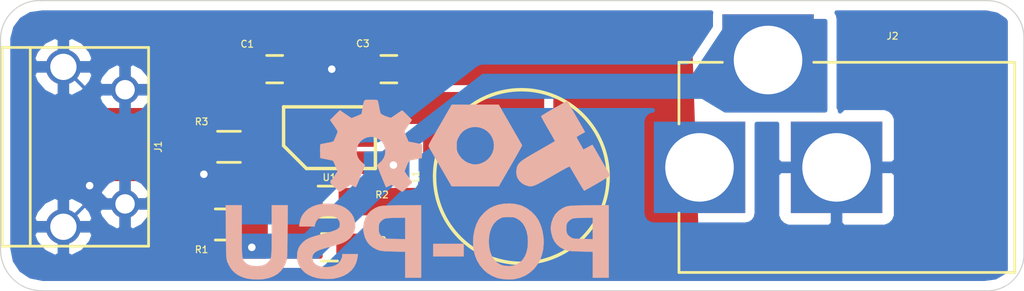
<source format=kicad_pcb>
(kicad_pcb (version 4) (host pcbnew 4.0.6)

  (general
    (links 23)
    (no_connects 0)
    (area 124.862599 93.47206 170.025001 106.228123)
    (thickness 1.6)
    (drawings 8)
    (tracks 35)
    (zones 0)
    (modules 11)
    (nets 10)
  )

  (page A4)
  (layers
    (0 F.Cu signal hide)
    (31 B.Cu signal)
    (36 B.SilkS user)
    (37 F.SilkS user)
    (38 B.Mask user)
    (39 F.Mask user)
    (40 Dwgs.User user)
    (41 Cmts.User user)
    (42 Eco1.User user)
    (43 Eco2.User user)
    (44 Edge.Cuts user)
    (45 Margin user)
  )

  (setup
    (last_trace_width 0.1524)
    (user_trace_width 0.3048)
    (user_trace_width 0.6096)
    (trace_clearance 0.1524)
    (zone_clearance 0.4)
    (zone_45_only no)
    (trace_min 0.1524)
    (segment_width 0.2)
    (edge_width 0.05)
    (via_size 0.6858)
    (via_drill 0.3302)
    (via_min_size 0.6858)
    (via_min_drill 0.3302)
    (user_via 0.6858 0.3302)
    (user_via 1.3716 0.6604)
    (uvia_size 0.762)
    (uvia_drill 0.508)
    (uvias_allowed no)
    (uvia_min_size 0)
    (uvia_min_drill 0)
    (pcb_text_width 0.3)
    (pcb_text_size 1.5 1.5)
    (mod_edge_width 0.15)
    (mod_text_size 0.3 0.3)
    (mod_text_width 0.05)
    (pad_size 1.25 1.25)
    (pad_drill 0.85)
    (pad_to_mask_clearance 0.2)
    (aux_axis_origin 0 0)
    (visible_elements FFFFFF7F)
    (pcbplotparams
      (layerselection 0x00030_80000001)
      (usegerberextensions false)
      (excludeedgelayer true)
      (linewidth 0.100000)
      (plotframeref false)
      (viasonmask false)
      (mode 1)
      (useauxorigin false)
      (hpglpennumber 1)
      (hpglpenspeed 20)
      (hpglpendiameter 15)
      (hpglpenoverlay 2)
      (psnegative false)
      (psa4output false)
      (plotreference true)
      (plotvalue true)
      (plotinvisibletext false)
      (padsonsilk false)
      (subtractmaskfromsilk false)
      (outputformat 1)
      (mirror false)
      (drillshape 1)
      (scaleselection 1)
      (outputdirectory ""))
  )

  (net 0 "")
  (net 1 GND)
  (net 2 "Net-(J1-Pad2)")
  (net 3 "Net-(J1-Pad3)")
  (net 4 "Net-(J1-Pad4)")
  (net 5 /RUN_PD)
  (net 6 /LDO_VIN)
  (net 7 /V_OUT_CONN)
  (net 8 /LDO_VFB)
  (net 9 /LDO_SW)

  (net_class Default "This is the default net class."
    (clearance 0.1524)
    (trace_width 0.1524)
    (via_dia 0.6858)
    (via_drill 0.3302)
    (uvia_dia 0.762)
    (uvia_drill 0.508)
    (add_net /LDO_SW)
    (add_net /LDO_VFB)
    (add_net /LDO_VIN)
    (add_net /RUN_PD)
    (add_net /V_OUT_CONN)
    (add_net GND)
    (add_net "Net-(J1-Pad2)")
    (add_net "Net-(J1-Pad3)")
    (add_net "Net-(J1-Pad4)")
  )

  (module Resistors_SMD:R_0603_HandSoldering (layer F.Cu) (tedit 5951D7AD) (tstamp 593F777E)
    (at 139.6 102.3 180)
    (descr "Resistor SMD 0603, hand soldering")
    (tags "resistor 0603")
    (path /593364B7)
    (attr smd)
    (fp_text reference R2 (at -2.3 0.3 180) (layer F.SilkS)
      (effects (font (size 0.3 0.3) (thickness 0.05)))
    )
    (fp_text value 330kΩ (at -2.7 -0.4 180) (layer F.Fab)
      (effects (font (size 0.3 0.3) (thickness 0.05)))
    )
    (fp_text user %R (at 0 0 180) (layer F.Fab)
      (effects (font (size 0.3 0.3) (thickness 0.05)))
    )
    (fp_line (start -0.8 0.4) (end -0.8 -0.4) (layer F.Fab) (width 0.1))
    (fp_line (start 0.8 0.4) (end -0.8 0.4) (layer F.Fab) (width 0.1))
    (fp_line (start 0.8 -0.4) (end 0.8 0.4) (layer F.Fab) (width 0.1))
    (fp_line (start -0.8 -0.4) (end 0.8 -0.4) (layer F.Fab) (width 0.1))
    (fp_line (start 0.5 0.68) (end -0.5 0.68) (layer F.SilkS) (width 0.12))
    (fp_line (start -0.5 -0.68) (end 0.5 -0.68) (layer F.SilkS) (width 0.12))
    (fp_line (start -1.96 -0.7) (end 1.95 -0.7) (layer F.CrtYd) (width 0.05))
    (fp_line (start -1.96 -0.7) (end -1.96 0.7) (layer F.CrtYd) (width 0.05))
    (fp_line (start 1.95 0.7) (end 1.95 -0.7) (layer F.CrtYd) (width 0.05))
    (fp_line (start 1.95 0.7) (end -1.96 0.7) (layer F.CrtYd) (width 0.05))
    (pad 1 smd rect (at -1.1 0 180) (size 1.2 0.9) (layers F.Cu F.Mask)
      (net 9 /LDO_SW))
    (pad 2 smd rect (at 1.1 0 180) (size 1.2 0.9) (layers F.Cu F.Mask)
      (net 8 /LDO_VFB))
    (model ${KISYS3DMOD}/Resistors_SMD.3dshapes/R_0603.wrl
      (at (xyz 0 0 0))
      (scale (xyz 1 1 1))
      (rotate (xyz 0 0 0))
    )
  )

  (module Capacitors_SMD:C_0603_HandSoldering (layer F.Cu) (tedit 594EF745) (tstamp 593F774B)
    (at 137.2 96.5)
    (descr "Capacitor SMD 0603, hand soldering")
    (tags "capacitor 0603")
    (path /593363EE)
    (attr smd)
    (fp_text reference C1 (at -1.2 -1.1) (layer F.SilkS)
      (effects (font (size 0.3 0.3) (thickness 0.05)))
    )
    (fp_text value 4.7µF (at 1 -1.1) (layer F.Fab)
      (effects (font (size 0.3 0.3) (thickness 0.05)))
    )
    (fp_text user %R (at -1.2 -1.1) (layer F.Fab)
      (effects (font (size 0.3 0.3) (thickness 0.05)))
    )
    (fp_line (start -0.8 0.4) (end -0.8 -0.4) (layer F.Fab) (width 0.1))
    (fp_line (start 0.8 0.4) (end -0.8 0.4) (layer F.Fab) (width 0.1))
    (fp_line (start 0.8 -0.4) (end 0.8 0.4) (layer F.Fab) (width 0.1))
    (fp_line (start -0.8 -0.4) (end 0.8 -0.4) (layer F.Fab) (width 0.1))
    (fp_line (start -0.35 -0.6) (end 0.35 -0.6) (layer F.SilkS) (width 0.12))
    (fp_line (start 0.35 0.6) (end -0.35 0.6) (layer F.SilkS) (width 0.12))
    (fp_line (start -1.8 -0.65) (end 1.8 -0.65) (layer F.CrtYd) (width 0.05))
    (fp_line (start -1.8 -0.65) (end -1.8 0.65) (layer F.CrtYd) (width 0.05))
    (fp_line (start 1.8 0.65) (end 1.8 -0.65) (layer F.CrtYd) (width 0.05))
    (fp_line (start 1.8 0.65) (end -1.8 0.65) (layer F.CrtYd) (width 0.05))
    (pad 1 smd rect (at -0.95 0) (size 1.2 0.75) (layers F.Cu F.Mask)
      (net 6 /LDO_VIN))
    (pad 2 smd rect (at 0.95 0) (size 1.2 0.75) (layers F.Cu F.Mask)
      (net 1 GND))
    (model Capacitors_SMD.3dshapes/C_0603.wrl
      (at (xyz 0 0 0))
      (scale (xyz 1 1 1))
      (rotate (xyz 0 0 0))
    )
  )

  (module Capacitors_SMD:C_0603_HandSoldering (layer F.Cu) (tedit 5951D7B5) (tstamp 593F7751)
    (at 139.6 104.3 180)
    (descr "Capacitor SMD 0603, hand soldering")
    (tags "capacitor 0603")
    (path /5933647D)
    (attr smd)
    (fp_text reference C2 (at -2.2 0.3 180) (layer F.SilkS)
      (effects (font (size 0.3 0.3) (thickness 0.05)))
    )
    (fp_text value 22pF (at -2.4 -0.3 180) (layer F.Fab)
      (effects (font (size 0.3 0.3) (thickness 0.05)))
    )
    (fp_text user %R (at 0.02 0.06 180) (layer F.Fab)
      (effects (font (size 0.3 0.3) (thickness 0.05)))
    )
    (fp_line (start -0.8 0.4) (end -0.8 -0.4) (layer F.Fab) (width 0.1))
    (fp_line (start 0.8 0.4) (end -0.8 0.4) (layer F.Fab) (width 0.1))
    (fp_line (start 0.8 -0.4) (end 0.8 0.4) (layer F.Fab) (width 0.1))
    (fp_line (start -0.8 -0.4) (end 0.8 -0.4) (layer F.Fab) (width 0.1))
    (fp_line (start -0.35 -0.6) (end 0.35 -0.6) (layer F.SilkS) (width 0.12))
    (fp_line (start 0.35 0.6) (end -0.35 0.6) (layer F.SilkS) (width 0.12))
    (fp_line (start -1.8 -0.65) (end 1.8 -0.65) (layer F.CrtYd) (width 0.05))
    (fp_line (start -1.8 -0.65) (end -1.8 0.65) (layer F.CrtYd) (width 0.05))
    (fp_line (start 1.8 0.65) (end 1.8 -0.65) (layer F.CrtYd) (width 0.05))
    (fp_line (start 1.8 0.65) (end -1.8 0.65) (layer F.CrtYd) (width 0.05))
    (pad 1 smd rect (at -0.95 0 180) (size 1.2 0.75) (layers F.Cu F.Mask)
      (net 7 /V_OUT_CONN))
    (pad 2 smd rect (at 0.95 0 180) (size 1.2 0.75) (layers F.Cu F.Mask)
      (net 8 /LDO_VFB))
    (model Capacitors_SMD.3dshapes/C_0603.wrl
      (at (xyz 0 0 0))
      (scale (xyz 1 1 1))
      (rotate (xyz 0 0 0))
    )
  )

  (module Capacitors_SMD:C_0603_HandSoldering (layer F.Cu) (tedit 594EF755) (tstamp 593F7757)
    (at 142.2 96.5 180)
    (descr "Capacitor SMD 0603, hand soldering")
    (tags "capacitor 0603")
    (path /593E1A77)
    (attr smd)
    (fp_text reference C3 (at 1.14 1.12 180) (layer F.SilkS)
      (effects (font (size 0.3 0.3) (thickness 0.05)))
    )
    (fp_text value 4.7µF (at -0.96 1.12 180) (layer F.Fab)
      (effects (font (size 0.3 0.3) (thickness 0.05)))
    )
    (fp_text user %R (at 1.14 1.12 180) (layer F.Fab)
      (effects (font (size 0.3 0.3) (thickness 0.05)))
    )
    (fp_line (start -0.8 0.4) (end -0.8 -0.4) (layer F.Fab) (width 0.1))
    (fp_line (start 0.8 0.4) (end -0.8 0.4) (layer F.Fab) (width 0.1))
    (fp_line (start 0.8 -0.4) (end 0.8 0.4) (layer F.Fab) (width 0.1))
    (fp_line (start -0.8 -0.4) (end 0.8 -0.4) (layer F.Fab) (width 0.1))
    (fp_line (start -0.35 -0.6) (end 0.35 -0.6) (layer F.SilkS) (width 0.12))
    (fp_line (start 0.35 0.6) (end -0.35 0.6) (layer F.SilkS) (width 0.12))
    (fp_line (start -1.8 -0.65) (end 1.8 -0.65) (layer F.CrtYd) (width 0.05))
    (fp_line (start -1.8 -0.65) (end -1.8 0.65) (layer F.CrtYd) (width 0.05))
    (fp_line (start 1.8 0.65) (end 1.8 -0.65) (layer F.CrtYd) (width 0.05))
    (fp_line (start 1.8 0.65) (end -1.8 0.65) (layer F.CrtYd) (width 0.05))
    (pad 1 smd rect (at -0.95 0 180) (size 1.2 0.75) (layers F.Cu F.Mask)
      (net 7 /V_OUT_CONN))
    (pad 2 smd rect (at 0.95 0 180) (size 1.2 0.75) (layers F.Cu F.Mask)
      (net 1 GND))
    (model Capacitors_SMD.3dshapes/C_0603.wrl
      (at (xyz 0 0 0))
      (scale (xyz 1 1 1))
      (rotate (xyz 0 0 0))
    )
  )

  (module Connectors:USB_Micro-B (layer F.Cu) (tedit 5959A843) (tstamp 593F7764)
    (at 129.3 99.9 270)
    (descr "Micro USB Type B Receptacle")
    (tags "USB USB_B USB_micro USB_OTG")
    (path /593371D4)
    (attr smd)
    (fp_text reference J1 (at 0 -2.8 270) (layer F.SilkS)
      (effects (font (size 0.3 0.3) (thickness 0.05)))
    )
    (fp_text value USB_OTG (at -0.1 2.2 270) (layer F.Fab)
      (effects (font (size 0.3 0.3) (thickness 0.05)))
    )
    (fp_line (start -4.6 -2.59) (end 4.6 -2.59) (layer F.CrtYd) (width 0.05))
    (fp_line (start 4.6 -2.59) (end 4.6 4.26) (layer F.CrtYd) (width 0.05))
    (fp_line (start 4.6 4.26) (end -4.6 4.26) (layer F.CrtYd) (width 0.05))
    (fp_line (start -4.6 4.26) (end -4.6 -2.59) (layer F.CrtYd) (width 0.05))
    (fp_line (start -4.35 4.03) (end 4.35 4.03) (layer F.SilkS) (width 0.12))
    (fp_line (start -4.35 -2.38) (end 4.35 -2.38) (layer F.SilkS) (width 0.12))
    (fp_line (start 4.35 -2.38) (end 4.35 4.03) (layer F.SilkS) (width 0.12))
    (fp_line (start 4.35 2.8) (end -4.35 2.8) (layer F.SilkS) (width 0.12))
    (fp_line (start -4.35 4.03) (end -4.35 -2.38) (layer F.SilkS) (width 0.12))
    (pad 1 smd rect (at -1.3 -1.35) (size 1.35 0.4) (layers F.Cu F.Mask)
      (net 6 /LDO_VIN))
    (pad 2 smd rect (at -0.65 -1.35) (size 1.35 0.4) (layers F.Cu F.Mask)
      (net 2 "Net-(J1-Pad2)"))
    (pad 3 smd rect (at 0 -1.35) (size 1.35 0.4) (layers F.Cu F.Mask)
      (net 3 "Net-(J1-Pad3)"))
    (pad 4 smd rect (at 0.65 -1.35) (size 1.35 0.4) (layers F.Cu F.Mask)
      (net 4 "Net-(J1-Pad4)"))
    (pad 5 smd rect (at 1.3 -1.35) (size 1.35 0.4) (layers F.Cu F.Mask)
      (net 1 GND))
    (pad 6 thru_hole oval (at -2.5 -1.35) (size 1.25 1.25) (drill 0.85) (layers *.Cu *.Mask)
      (net 1 GND))
    (pad 6 thru_hole oval (at 2.5 -1.35) (size 1.25 1.25) (drill oval 0.85) (layers *.Cu *.Mask)
      (net 1 GND))
    (pad 6 thru_hole oval (at -3.5 1.35) (size 1.55 1.55) (drill 1.15) (layers *.Cu *.Mask)
      (net 1 GND))
    (pad 6 thru_hole oval (at 3.5 1.35) (size 1.55 1.55) (drill oval 1.15) (layers *.Cu *.Mask)
      (net 1 GND))
  )

  (module Connectors:BARREL_JACK (layer F.Cu) (tedit 5959A76D) (tstamp 593F776B)
    (at 155.8 100.8 180)
    (descr "DC Barrel Jack")
    (tags "Power Jack")
    (path /59336B43)
    (fp_text reference J2 (at -8.45 5.75 360) (layer F.SilkS)
      (effects (font (size 0.3 0.3) (thickness 0.05)))
    )
    (fp_text value BARREL_JACK (at -6.1 -4 180) (layer F.Fab)
      (effects (font (size 0.3 0.3) (thickness 0.05)))
    )
    (fp_line (start 1 -4.5) (end 1 -4.75) (layer F.CrtYd) (width 0.05))
    (fp_line (start 1 -4.75) (end -14 -4.75) (layer F.CrtYd) (width 0.05))
    (fp_line (start 1 -4.5) (end 1 -2) (layer F.CrtYd) (width 0.05))
    (fp_line (start 1 -2) (end 2 -2) (layer F.CrtYd) (width 0.05))
    (fp_line (start 2 -2) (end 2 2) (layer F.CrtYd) (width 0.05))
    (fp_line (start 2 2) (end 1 2) (layer F.CrtYd) (width 0.05))
    (fp_line (start 1 2) (end 1 4.75) (layer F.CrtYd) (width 0.05))
    (fp_line (start 1 4.75) (end -1 4.75) (layer F.CrtYd) (width 0.05))
    (fp_line (start -1 4.75) (end -1 6.75) (layer F.CrtYd) (width 0.05))
    (fp_line (start -1 6.75) (end -5 6.75) (layer F.CrtYd) (width 0.05))
    (fp_line (start -5 6.75) (end -5 4.75) (layer F.CrtYd) (width 0.05))
    (fp_line (start -5 4.75) (end -14 4.75) (layer F.CrtYd) (width 0.05))
    (fp_line (start -14 4.75) (end -14 -4.75) (layer F.CrtYd) (width 0.05))
    (fp_line (start -5 4.6) (end -13.8 4.6) (layer F.SilkS) (width 0.12))
    (fp_line (start -13.8 4.6) (end -13.8 -4.6) (layer F.SilkS) (width 0.12))
    (fp_line (start 0.9 1.9) (end 0.9 4.6) (layer F.SilkS) (width 0.12))
    (fp_line (start 0.9 4.6) (end -1 4.6) (layer F.SilkS) (width 0.12))
    (fp_line (start -13.8 -4.6) (end 0.9 -4.6) (layer F.SilkS) (width 0.12))
    (fp_line (start 0.9 -4.6) (end 0.9 -2) (layer F.SilkS) (width 0.12))
    (fp_line (start -10.2 -4.5) (end -10.2 4.5) (layer F.Fab) (width 0.1))
    (fp_line (start -13.7 -4.5) (end -13.7 4.5) (layer F.Fab) (width 0.1))
    (fp_line (start -13.7 4.5) (end 0.8 4.5) (layer F.Fab) (width 0.1))
    (fp_line (start 0.8 4.5) (end 0.8 -4.5) (layer F.Fab) (width 0.1))
    (fp_line (start 0.8 -4.5) (end -13.7 -4.5) (layer F.Fab) (width 0.1))
    (pad 1 thru_hole rect (at 0 0 180) (size 4 4) (drill 3) (layers *.Cu *.Mask)
      (net 7 /V_OUT_CONN))
    (pad 2 thru_hole rect (at -6 0 180) (size 4 4) (drill 3) (layers *.Cu *.Mask)
      (net 1 GND))
    (pad 3 thru_hole rect (at -3 4.7 180) (size 4 4) (drill 3) (layers *.Cu *.Mask)
      (net 5 /RUN_PD))
  )

  (module popsu_footprints:5KT (layer F.Cu) (tedit 593F75DF) (tstamp 593F7772)
    (at 148 101.2 90)
    (path /593367A6)
    (fp_text reference L1 (at 0 -4.625 90) (layer F.SilkS)
      (effects (font (size 0.3 0.3) (thickness 0.05)))
    )
    (fp_text value 10µH (at 0 4.625 90) (layer F.Fab)
      (effects (font (size 0.3 0.3) (thickness 0.05)))
    )
    (fp_circle (center 0 0) (end 0 3.8) (layer F.SilkS) (width 0.15))
    (pad 1 smd rect (at 2.8 0 90) (size 1.55 1.7) (layers F.Cu F.Mask)
      (net 9 /LDO_SW))
    (pad 2 smd rect (at -2.8 0 90) (size 1.55 1.7) (layers F.Cu F.Mask)
      (net 7 /V_OUT_CONN))
  )

  (module Resistors_SMD:R_0603_HandSoldering (layer F.Cu) (tedit 5951D7D9) (tstamp 593F7778)
    (at 135.1 103.3 180)
    (descr "Resistor SMD 0603, hand soldering")
    (tags "resistor 0603")
    (path /59336D38)
    (attr smd)
    (fp_text reference R1 (at 1.1 -1.1 180) (layer F.SilkS)
      (effects (font (size 0.3 0.3) (thickness 0.05)))
    )
    (fp_text value 10kΩ (at -0.8 -1.1 180) (layer F.Fab)
      (effects (font (size 0.3 0.3) (thickness 0.05)))
    )
    (fp_text user %R (at 0 0 180) (layer F.Fab)
      (effects (font (size 0.3 0.3) (thickness 0.05)))
    )
    (fp_line (start -0.8 0.4) (end -0.8 -0.4) (layer F.Fab) (width 0.1))
    (fp_line (start 0.8 0.4) (end -0.8 0.4) (layer F.Fab) (width 0.1))
    (fp_line (start 0.8 -0.4) (end 0.8 0.4) (layer F.Fab) (width 0.1))
    (fp_line (start -0.8 -0.4) (end 0.8 -0.4) (layer F.Fab) (width 0.1))
    (fp_line (start 0.5 0.68) (end -0.5 0.68) (layer F.SilkS) (width 0.12))
    (fp_line (start -0.5 -0.68) (end 0.5 -0.68) (layer F.SilkS) (width 0.12))
    (fp_line (start -1.96 -0.7) (end 1.95 -0.7) (layer F.CrtYd) (width 0.05))
    (fp_line (start -1.96 -0.7) (end -1.96 0.7) (layer F.CrtYd) (width 0.05))
    (fp_line (start 1.95 0.7) (end 1.95 -0.7) (layer F.CrtYd) (width 0.05))
    (fp_line (start 1.95 0.7) (end -1.96 0.7) (layer F.CrtYd) (width 0.05))
    (pad 1 smd rect (at -1.1 0 180) (size 1.2 0.9) (layers F.Cu F.Mask)
      (net 5 /RUN_PD))
    (pad 2 smd rect (at 1.1 0 180) (size 1.2 0.9) (layers F.Cu F.Mask)
      (net 6 /LDO_VIN))
    (model ${KISYS3DMOD}/Resistors_SMD.3dshapes/R_0603.wrl
      (at (xyz 0 0 0))
      (scale (xyz 1 1 1))
      (rotate (xyz 0 0 0))
    )
  )

  (module Resistors_SMD:R_0603_HandSoldering (layer F.Cu) (tedit 5951D7E4) (tstamp 593F7784)
    (at 135.2 99.9)
    (descr "Resistor SMD 0603, hand soldering")
    (tags "resistor 0603")
    (path /5933653F)
    (attr smd)
    (fp_text reference R3 (at -1.2 -1.1) (layer F.SilkS)
      (effects (font (size 0.3 0.3) (thickness 0.05)))
    )
    (fp_text value 120kΩ (at 0.9 -1.1) (layer F.Fab)
      (effects (font (size 0.3 0.3) (thickness 0.05)))
    )
    (fp_text user %R (at 0 0) (layer F.Fab)
      (effects (font (size 0.3 0.3) (thickness 0.05)))
    )
    (fp_line (start -0.8 0.4) (end -0.8 -0.4) (layer F.Fab) (width 0.1))
    (fp_line (start 0.8 0.4) (end -0.8 0.4) (layer F.Fab) (width 0.1))
    (fp_line (start 0.8 -0.4) (end 0.8 0.4) (layer F.Fab) (width 0.1))
    (fp_line (start -0.8 -0.4) (end 0.8 -0.4) (layer F.Fab) (width 0.1))
    (fp_line (start 0.5 0.68) (end -0.5 0.68) (layer F.SilkS) (width 0.12))
    (fp_line (start -0.5 -0.68) (end 0.5 -0.68) (layer F.SilkS) (width 0.12))
    (fp_line (start -1.96 -0.7) (end 1.95 -0.7) (layer F.CrtYd) (width 0.05))
    (fp_line (start -1.96 -0.7) (end -1.96 0.7) (layer F.CrtYd) (width 0.05))
    (fp_line (start 1.95 0.7) (end 1.95 -0.7) (layer F.CrtYd) (width 0.05))
    (fp_line (start 1.95 0.7) (end -1.96 0.7) (layer F.CrtYd) (width 0.05))
    (pad 1 smd rect (at -1.1 0) (size 1.2 0.9) (layers F.Cu F.Mask)
      (net 1 GND))
    (pad 2 smd rect (at 1.1 0) (size 1.2 0.9) (layers F.Cu F.Mask)
      (net 8 /LDO_VFB))
    (model ${KISYS3DMOD}/Resistors_SMD.3dshapes/R_0603.wrl
      (at (xyz 0 0 0))
      (scale (xyz 1 1 1))
      (rotate (xyz 0 0 0))
    )
  )

  (module popsu_footprints:S6-TSOT-23 (layer F.Cu) (tedit 593F7973) (tstamp 593F778E)
    (at 139.6 99.5 90)
    (path /59336051)
    (fp_text reference U1 (at -1.74 0 180) (layer F.SilkS)
      (effects (font (size 0.3 0.3) (thickness 0.05)))
    )
    (fp_text value LTC3405 (at 0 0 90) (layer F.Fab)
      (effects (font (size 0.3 0.3) (thickness 0.05)))
    )
    (fp_line (start -0.35 -2.01) (end -1.35 -1.01) (layer F.SilkS) (width 0.15))
    (fp_line (start -1.35 -1.01) (end -1.35 2.01) (layer F.SilkS) (width 0.15))
    (fp_line (start -1.35 2.01) (end 1.35 2.01) (layer F.SilkS) (width 0.15))
    (fp_line (start 1.35 2.01) (end 1.35 -2.01) (layer F.SilkS) (width 0.15))
    (fp_line (start 1.35 -2.01) (end -0.35 -2.01) (layer F.SilkS) (width 0.15))
    (pad 6 smd rect (at -0.95 -1.31 90) (size 0.6 1.2) (layers F.Cu F.Mask)
      (net 1 GND))
    (pad 1 smd rect (at -0.95 1.31 90) (size 0.6 1.2) (layers F.Cu F.Mask)
      (net 5 /RUN_PD))
    (pad 5 smd rect (at 0 -1.31 90) (size 0.6 1.2) (layers F.Cu F.Mask)
      (net 8 /LDO_VFB))
    (pad 2 smd rect (at 0 1.31 90) (size 0.6 1.2) (layers F.Cu F.Mask)
      (net 1 GND))
    (pad 4 smd rect (at 0.95 -1.31 90) (size 0.6 1.2) (layers F.Cu F.Mask)
      (net 6 /LDO_VIN))
    (pad 3 smd rect (at 0.95 1.31 90) (size 0.6 1.2) (layers F.Cu F.Mask)
      (net 9 /LDO_SW))
  )

  (module popsu_footprints:comp-logo-stacked (layer B.Cu) (tedit 0) (tstamp 5959C603)
    (at 143.4 101.8 180)
    (fp_text reference G*** (at 0 0 180) (layer B.SilkS) hide
      (effects (font (thickness 0.3)) (justify mirror))
    )
    (fp_text value LOGO (at 0.75 0 180) (layer B.SilkS) hide
      (effects (font (thickness 0.3)) (justify mirror))
    )
    (fp_poly (pts (xy -3.846024 -0.58983) (xy -3.608475 -0.632032) (xy -3.385487 -0.705403) (xy -3.221736 -0.78696)
      (xy -3.103083 -0.870649) (xy -2.979546 -0.981064) (xy -2.863054 -1.106077) (xy -2.765537 -1.233562)
      (xy -2.734978 -1.281748) (xy -2.627823 -1.501346) (xy -2.549871 -1.744023) (xy -2.502045 -2.001356)
      (xy -2.485268 -2.264921) (xy -2.500466 -2.526293) (xy -2.548561 -2.777051) (xy -2.564799 -2.833731)
      (xy -2.656947 -3.069023) (xy -2.780749 -3.281164) (xy -2.933078 -3.467044) (xy -3.110805 -3.623555)
      (xy -3.310801 -3.747589) (xy -3.529939 -3.836038) (xy -3.590675 -3.853081) (xy -3.737342 -3.881643)
      (xy -3.903992 -3.899701) (xy -4.073457 -3.906289) (xy -4.228569 -3.900441) (xy -4.294577 -3.892675)
      (xy -4.539256 -3.834707) (xy -4.764602 -3.740143) (xy -4.968008 -3.611277) (xy -5.146866 -3.450401)
      (xy -5.298568 -3.25981) (xy -5.420508 -3.041797) (xy -5.500136 -2.83232) (xy -5.55557 -2.587618)
      (xy -5.578366 -2.329851) (xy -5.575865 -2.256155) (xy -4.889132 -2.256155) (xy -4.874523 -2.493585)
      (xy -4.830399 -2.704913) (xy -4.757601 -2.888636) (xy -4.656974 -3.043252) (xy -4.529361 -3.16726)
      (xy -4.375604 -3.259158) (xy -4.311653 -3.284936) (xy -4.18967 -3.31287) (xy -4.046448 -3.32165)
      (xy -3.898107 -3.312035) (xy -3.760767 -3.284783) (xy -3.678841 -3.255174) (xy -3.530897 -3.164132)
      (xy -3.407006 -3.039809) (xy -3.308339 -2.884545) (xy -3.236066 -2.700675) (xy -3.191359 -2.490538)
      (xy -3.175388 -2.25647) (xy -3.175367 -2.250342) (xy -3.189689 -2.014852) (xy -3.232772 -1.802664)
      (xy -3.303398 -1.616247) (xy -3.400347 -1.458067) (xy -3.522399 -1.330594) (xy -3.668336 -1.236294)
      (xy -3.678841 -1.231268) (xy -3.737892 -1.205652) (xy -3.791668 -1.189134) (xy -3.852314 -1.179774)
      (xy -3.931973 -1.175628) (xy -4.03225 -1.17475) (xy -4.140058 -1.175818) (xy -4.217703 -1.180318)
      (xy -4.27733 -1.190192) (xy -4.331082 -1.207382) (xy -4.385659 -1.231268) (xy -4.53525 -1.324194)
      (xy -4.659638 -1.45008) (xy -4.758021 -1.607293) (xy -4.829596 -1.794201) (xy -4.873562 -2.00917)
      (xy -4.889116 -2.250567) (xy -4.889132 -2.256155) (xy -5.575865 -2.256155) (xy -5.569462 -2.067576)
      (xy -5.529791 -1.809347) (xy -5.460292 -1.563723) (xy -5.361898 -1.339259) (xy -5.330791 -1.283885)
      (xy -5.200253 -1.10159) (xy -5.038361 -0.938054) (xy -4.853493 -0.80007) (xy -4.654027 -0.694431)
      (xy -4.559575 -0.658535) (xy -4.330219 -0.602251) (xy -4.089487 -0.579626) (xy -3.846024 -0.58983)) (layer B.SilkS) (width 0.01))
    (fp_poly (pts (xy 6.328834 -1.742408) (xy 6.328894 -2.003284) (xy 6.329358 -2.225431) (xy 6.33065 -2.412455)
      (xy 6.333194 -2.56796) (xy 6.337414 -2.69555) (xy 6.343733 -2.798831) (xy 6.352577 -2.881407)
      (xy 6.364369 -2.946884) (xy 6.379533 -2.998865) (xy 6.398494 -3.040956) (xy 6.421674 -3.076761)
      (xy 6.449499 -3.109885) (xy 6.482393 -3.143933) (xy 6.495223 -3.156777) (xy 6.588615 -3.232845)
      (xy 6.695525 -3.284082) (xy 6.824271 -3.313254) (xy 6.983172 -3.323126) (xy 6.995584 -3.323166)
      (xy 7.160968 -3.313894) (xy 7.294395 -3.284695) (xy 7.402291 -3.233502) (xy 7.483912 -3.16584)
      (xy 7.516643 -3.130941) (xy 7.544486 -3.097196) (xy 7.567837 -3.061023) (xy 7.587089 -3.018837)
      (xy 7.602639 -2.967055) (xy 7.614882 -2.902092) (xy 7.624212 -2.820365) (xy 7.631026 -2.718289)
      (xy 7.635717 -2.59228) (xy 7.638682 -2.438755) (xy 7.640314 -2.25413) (xy 7.641011 -2.03482)
      (xy 7.641166 -1.777242) (xy 7.641167 -1.739569) (xy 7.641167 -0.656166) (xy 8.342608 -0.656166)
      (xy 8.334502 -1.793875) (xy 8.332562 -2.04763) (xy 8.330568 -2.262716) (xy 8.328392 -2.442796)
      (xy 8.325903 -2.591533) (xy 8.322976 -2.712593) (xy 8.31948 -2.809637) (xy 8.315289 -2.88633)
      (xy 8.310274 -2.946336) (xy 8.304306 -2.993318) (xy 8.297258 -3.03094) (xy 8.29024 -3.058583)
      (xy 8.211708 -3.26834) (xy 8.103884 -3.447798) (xy 7.966186 -3.597513) (xy 7.798029 -3.718042)
      (xy 7.598832 -3.809939) (xy 7.456483 -3.853552) (xy 7.323678 -3.879132) (xy 7.165184 -3.896682)
      (xy 6.997031 -3.905364) (xy 6.835248 -3.904337) (xy 6.69925 -3.893227) (xy 6.457575 -3.843707)
      (xy 6.24637 -3.764946) (xy 6.065746 -3.657035) (xy 5.915814 -3.520065) (xy 5.796685 -3.354126)
      (xy 5.708471 -3.15931) (xy 5.67938 -3.064092) (xy 5.67146 -3.029588) (xy 5.664695 -2.987876)
      (xy 5.658959 -2.935304) (xy 5.654129 -2.868221) (xy 5.650078 -2.782974) (xy 5.646681 -2.675911)
      (xy 5.643815 -2.543382) (xy 5.641354 -2.381733) (xy 5.639172 -2.187313) (xy 5.637146 -1.95647)
      (xy 5.635916 -1.793875) (xy 5.627681 -0.656166) (xy 6.328834 -0.656166) (xy 6.328834 -1.742408)) (layer B.SilkS) (width 0.01))
    (fp_poly (pts (xy 4.11971 -0.599692) (xy 4.350986 -0.644386) (xy 4.555008 -0.718289) (xy 4.73004 -0.820798)
      (xy 4.853558 -0.928744) (xy 4.949778 -1.040812) (xy 5.019151 -1.151488) (xy 5.067537 -1.273475)
      (xy 5.100798 -1.419474) (xy 5.111113 -1.486958) (xy 5.124927 -1.5875) (xy 4.450539 -1.5875)
      (xy 4.438256 -1.51181) (xy 4.397544 -1.388239) (xy 4.321292 -1.281507) (xy 4.215387 -1.199751)
      (xy 4.210441 -1.19702) (xy 4.145696 -1.165648) (xy 4.082081 -1.145713) (xy 4.004787 -1.133788)
      (xy 3.907232 -1.126863) (xy 3.756058 -1.125654) (xy 3.637113 -1.140553) (xy 3.542852 -1.173178)
      (xy 3.471536 -1.220161) (xy 3.391204 -1.31028) (xy 3.35046 -1.413423) (xy 3.344334 -1.479619)
      (xy 3.347316 -1.540486) (xy 3.358675 -1.592853) (xy 3.38203 -1.638677) (xy 3.421001 -1.679915)
      (xy 3.479206 -1.718522) (xy 3.560266 -1.756456) (xy 3.667799 -1.795673) (xy 3.805424 -1.83813)
      (xy 3.976762 -1.885782) (xy 4.18543 -1.940587) (xy 4.207683 -1.946328) (xy 4.392688 -1.996059)
      (xy 4.542616 -2.041739) (xy 4.664126 -2.086408) (xy 4.763877 -2.133105) (xy 4.848526 -2.184871)
      (xy 4.924733 -2.244747) (xy 4.984637 -2.301071) (xy 5.086782 -2.419125) (xy 5.155671 -2.54056)
      (xy 5.198824 -2.680127) (xy 5.21053 -2.744112) (xy 5.221637 -2.941529) (xy 5.193435 -3.127575)
      (xy 5.128068 -3.299469) (xy 5.02768 -3.45443) (xy 4.894415 -3.589679) (xy 4.730416 -3.702435)
      (xy 4.537827 -3.789917) (xy 4.365936 -3.839541) (xy 4.235314 -3.861782) (xy 4.081669 -3.877012)
      (xy 3.921014 -3.884489) (xy 3.76936 -3.883471) (xy 3.642719 -3.873214) (xy 3.641949 -3.873107)
      (xy 3.397728 -3.822621) (xy 3.181981 -3.744247) (xy 2.996113 -3.639229) (xy 2.841529 -3.508812)
      (xy 2.719634 -3.354241) (xy 2.631833 -3.176762) (xy 2.579532 -2.97762) (xy 2.572228 -2.925115)
      (xy 2.55701 -2.794) (xy 3.2385 -2.794) (xy 3.2385 -2.863927) (xy 3.253217 -2.944905)
      (xy 3.292144 -3.038706) (xy 3.34744 -3.130491) (xy 3.411268 -3.205422) (xy 3.425618 -3.218123)
      (xy 3.533328 -3.283968) (xy 3.668788 -3.331226) (xy 3.821281 -3.358982) (xy 3.980089 -3.36632)
      (xy 4.134493 -3.352324) (xy 4.273776 -3.316079) (xy 4.323487 -3.294837) (xy 4.43211 -3.227258)
      (xy 4.503072 -3.147184) (xy 4.540386 -3.049572) (xy 4.545679 -3.015576) (xy 4.548686 -2.915733)
      (xy 4.528248 -2.838662) (xy 4.479511 -2.7691) (xy 4.461166 -2.749922) (xy 4.416444 -2.710587)
      (xy 4.362346 -2.674832) (xy 4.293418 -2.640479) (xy 4.204206 -2.605347) (xy 4.089254 -2.567256)
      (xy 3.94311 -2.524027) (xy 3.788834 -2.481218) (xy 3.610926 -2.432066) (xy 3.467733 -2.390461)
      (xy 3.352815 -2.354032) (xy 3.25973 -2.320407) (xy 3.182039 -2.287215) (xy 3.113302 -2.252082)
      (xy 3.047079 -2.212637) (xy 3.030057 -2.201757) (xy 2.890589 -2.087719) (xy 2.783936 -1.949288)
      (xy 2.711961 -1.79095) (xy 2.676523 -1.617189) (xy 2.679485 -1.432493) (xy 2.687858 -1.377166)
      (xy 2.736192 -1.205936) (xy 2.817366 -1.054586) (xy 2.93602 -0.914531) (xy 2.940226 -0.910396)
      (xy 3.101386 -0.78097) (xy 3.287107 -0.684454) (xy 3.498403 -0.620493) (xy 3.736287 -0.588729)
      (xy 3.862917 -0.584809) (xy 4.11971 -0.599692)) (layer B.SilkS) (width 0.01))
    (fp_poly (pts (xy -7.572375 -0.661732) (xy -7.346678 -0.664229) (xy -7.158675 -0.666937) (xy -7.003726 -0.670409)
      (xy -6.877194 -0.675199) (xy -6.774441 -0.681858) (xy -6.690827 -0.690941) (xy -6.621715 -0.702999)
      (xy -6.562465 -0.718586) (xy -6.50844 -0.738254) (xy -6.455001 -0.762556) (xy -6.397509 -0.792044)
      (xy -6.373948 -0.804558) (xy -6.217697 -0.911137) (xy -6.089537 -1.048087) (xy -5.991377 -1.212516)
      (xy -5.925124 -1.401529) (xy -5.902321 -1.519504) (xy -5.890732 -1.61888) (xy -5.888903 -1.70073)
      (xy -5.897474 -1.785469) (xy -5.913485 -1.875373) (xy -5.970342 -2.077835) (xy -6.055765 -2.249575)
      (xy -6.170691 -2.391947) (xy -6.316059 -2.506306) (xy -6.373948 -2.539774) (xy -6.449745 -2.578468)
      (xy -6.519535 -2.608907) (xy -6.590062 -2.632225) (xy -6.66807 -2.649552) (xy -6.760302 -2.662021)
      (xy -6.873503 -2.670765) (xy -7.014416 -2.676915) (xy -7.189784 -2.681602) (xy -7.223125 -2.682327)
      (xy -7.725833 -2.693023) (xy -7.725833 -3.831166) (xy -8.424333 -3.831166) (xy -8.424333 -2.141661)
      (xy -7.725833 -2.141661) (xy -7.307791 -2.134455) (xy -7.162797 -2.131647) (xy -7.053154 -2.128397)
      (xy -6.97188 -2.123935) (xy -6.911993 -2.11749) (xy -6.866513 -2.10829) (xy -6.828457 -2.095567)
      (xy -6.790845 -2.078549) (xy -6.787812 -2.07706) (xy -6.690187 -2.010759) (xy -6.629062 -1.941023)
      (xy -6.600768 -1.893638) (xy -6.583742 -1.848062) (xy -6.575209 -1.791166) (xy -6.572397 -1.709821)
      (xy -6.57225 -1.672166) (xy -6.573687 -1.578851) (xy -6.579849 -1.514694) (xy -6.593508 -1.466568)
      (xy -6.617441 -1.421342) (xy -6.629062 -1.40331) (xy -6.705612 -1.320355) (xy -6.787812 -1.267272)
      (xy -6.825675 -1.249897) (xy -6.863452 -1.236874) (xy -6.908124 -1.227435) (xy -6.966672 -1.220807)
      (xy -7.046078 -1.216222) (xy -7.153324 -1.212907) (xy -7.29539 -1.210092) (xy -7.307791 -1.209877)
      (xy -7.725833 -1.202671) (xy -7.725833 -2.141661) (xy -8.424333 -2.141661) (xy -8.424333 -0.652818)
      (xy -7.572375 -0.661732)) (layer B.SilkS) (width 0.01))
    (fp_poly (pts (xy 0.640292 -0.661732) (xy 0.865989 -0.664229) (xy 1.053992 -0.666937) (xy 1.20894 -0.670409)
      (xy 1.335472 -0.675199) (xy 1.438226 -0.681858) (xy 1.521839 -0.690941) (xy 1.590952 -0.702999)
      (xy 1.650201 -0.718586) (xy 1.704227 -0.738254) (xy 1.757666 -0.762556) (xy 1.815157 -0.792044)
      (xy 1.838719 -0.804558) (xy 1.994969 -0.911137) (xy 2.123129 -1.048087) (xy 2.22129 -1.212516)
      (xy 2.287542 -1.401529) (xy 2.310346 -1.519504) (xy 2.321935 -1.61888) (xy 2.323764 -1.70073)
      (xy 2.315192 -1.785469) (xy 2.299181 -1.875373) (xy 2.242324 -2.077835) (xy 2.156902 -2.249575)
      (xy 2.041976 -2.391947) (xy 1.896608 -2.506306) (xy 1.838719 -2.539774) (xy 1.762922 -2.578468)
      (xy 1.693132 -2.608907) (xy 1.622605 -2.632225) (xy 1.544597 -2.649552) (xy 1.452364 -2.662021)
      (xy 1.339164 -2.670765) (xy 1.198251 -2.676915) (xy 1.022883 -2.681602) (xy 0.989542 -2.682327)
      (xy 0.486834 -2.693023) (xy 0.486834 -3.831166) (xy -0.211666 -3.831166) (xy -0.211666 -2.141661)
      (xy 0.486834 -2.141661) (xy 0.904875 -2.134455) (xy 1.049869 -2.131647) (xy 1.159513 -2.128397)
      (xy 1.240787 -2.123935) (xy 1.300673 -2.11749) (xy 1.346154 -2.10829) (xy 1.384209 -2.095567)
      (xy 1.421821 -2.078549) (xy 1.424855 -2.07706) (xy 1.52248 -2.010759) (xy 1.583605 -1.941023)
      (xy 1.611899 -1.893638) (xy 1.628925 -1.848062) (xy 1.637457 -1.791166) (xy 1.64027 -1.709821)
      (xy 1.640417 -1.672166) (xy 1.63898 -1.578851) (xy 1.632818 -1.514694) (xy 1.619158 -1.466568)
      (xy 1.595226 -1.421342) (xy 1.583605 -1.40331) (xy 1.507055 -1.320355) (xy 1.424855 -1.267272)
      (xy 1.386992 -1.249897) (xy 1.349215 -1.236874) (xy 1.304543 -1.227435) (xy 1.245994 -1.220807)
      (xy 1.166588 -1.216222) (xy 1.059343 -1.212907) (xy 0.917277 -1.210092) (xy 0.904875 -1.209877)
      (xy 0.486834 -1.202671) (xy 0.486834 -2.141661) (xy -0.211666 -2.141661) (xy -0.211666 -0.652818)
      (xy 0.640292 -0.661732)) (layer B.SilkS) (width 0.01))
    (fp_poly (pts (xy -0.740833 -2.899833) (xy -2.074333 -2.899833) (xy -2.074333 -2.3495) (xy -0.740833 -2.3495)
      (xy -0.740833 -2.899833)) (layer B.SilkS) (width 0.01))
    (fp_poly (pts (xy 2.175431 3.957667) (xy 2.228705 3.94882) (xy 2.264921 3.926655) (xy 2.289635 3.885565)
      (xy 2.308405 3.819941) (xy 2.326785 3.724175) (xy 2.34874 3.601308) (xy 2.396844 3.339698)
      (xy 2.505464 3.290434) (xy 2.593468 3.251947) (xy 2.688969 3.212234) (xy 2.724729 3.197999)
      (xy 2.835375 3.154829) (xy 3.090841 3.32784) (xy 3.346308 3.500851) (xy 3.773431 3.073728)
      (xy 3.608271 2.835402) (xy 3.547874 2.746541) (xy 3.497382 2.669001) (xy 3.46126 2.609885)
      (xy 3.443971 2.576298) (xy 3.443111 2.572555) (xy 3.451427 2.538513) (xy 3.473329 2.477596)
      (xy 3.504249 2.400421) (xy 3.539619 2.317606) (xy 3.574869 2.239769) (xy 3.605433 2.177528)
      (xy 3.62674 2.1415) (xy 3.630191 2.137744) (xy 3.660689 2.125385) (xy 3.723229 2.108555)
      (xy 3.80808 2.089655) (xy 3.886525 2.074471) (xy 3.985112 2.056369) (xy 4.072157 2.039948)
      (xy 4.136797 2.027283) (xy 4.164542 2.021378) (xy 4.183418 2.015293) (xy 4.196505 2.003047)
      (xy 4.204863 1.977833) (xy 4.209551 1.932844) (xy 4.211628 1.861275) (xy 4.212153 1.756318)
      (xy 4.212167 1.715346) (xy 4.21107 1.608113) (xy 4.208061 1.516856) (xy 4.203558 1.449515)
      (xy 4.197983 1.41403) (xy 4.196046 1.410703) (xy 4.170038 1.403264) (xy 4.111024 1.39032)
      (xy 4.027698 1.373675) (xy 3.928752 1.355135) (xy 3.926171 1.354666) (xy 3.825876 1.335211)
      (xy 3.740021 1.316232) (xy 3.677689 1.299895) (xy 3.647962 1.288367) (xy 3.647889 1.288307)
      (xy 3.630449 1.26133) (xy 3.601986 1.20376) (xy 3.566687 1.124512) (xy 3.534716 1.047458)
      (xy 3.44607 0.826894) (xy 3.776194 0.337442) (xy 3.576557 0.136971) (xy 3.500651 0.062805)
      (xy 3.433532 0.001036) (xy 3.381607 -0.042711) (xy 3.351284 -0.062809) (xy 3.348213 -0.0635)
      (xy 3.320676 -0.052049) (xy 3.266175 -0.02078) (xy 3.192306 0.025684) (xy 3.10667 0.082718)
      (xy 3.096727 0.089529) (xy 2.873949 0.242557) (xy 2.767754 0.183266) (xy 2.699103 0.150184)
      (xy 2.65389 0.139592) (xy 2.6418 0.143734) (xy 2.627773 0.168804) (xy 2.601275 0.225836)
      (xy 2.56503 0.30822) (xy 2.521758 0.409347) (xy 2.474182 0.522606) (xy 2.425023 0.641387)
      (xy 2.377004 0.759081) (xy 2.332845 0.869076) (xy 2.295269 0.964763) (xy 2.266997 1.039532)
      (xy 2.250752 1.086773) (xy 2.24803 1.10003) (xy 2.266491 1.120184) (xy 2.309156 1.158518)
      (xy 2.367018 1.206959) (xy 2.37061 1.209877) (xy 2.48824 1.327132) (xy 2.566181 1.457226)
      (xy 2.605932 1.603205) (xy 2.612066 1.701271) (xy 2.593973 1.864984) (xy 2.540547 2.007124)
      (xy 2.450127 2.131779) (xy 2.427645 2.154788) (xy 2.300082 2.252364) (xy 2.158408 2.313664)
      (xy 2.009288 2.338902) (xy 1.859387 2.328295) (xy 1.715371 2.28206) (xy 1.583903 2.200411)
      (xy 1.505176 2.124888) (xy 1.418266 1.996094) (xy 1.367385 1.85339) (xy 1.351801 1.703861)
      (xy 1.370782 1.554591) (xy 1.423596 1.412666) (xy 1.509513 1.285171) (xy 1.600787 1.198944)
      (xy 1.658097 1.151687) (xy 1.698938 1.112288) (xy 1.71442 1.089393) (xy 1.706751 1.065603)
      (xy 1.685514 1.009423) (xy 1.653423 0.927516) (xy 1.613194 0.826548) (xy 1.567541 0.713185)
      (xy 1.519178 0.59409) (xy 1.47082 0.475929) (xy 1.425181 0.365367) (xy 1.384977 0.269068)
      (xy 1.35292 0.193698) (xy 1.331728 0.145922) (xy 1.32455 0.132161) (xy 1.303406 0.136921)
      (xy 1.255591 0.1565) (xy 1.201294 0.181919) (xy 1.085213 0.238851) (xy 0.863122 0.087676)
      (xy 0.776427 0.030247) (xy 0.70044 -0.017153) (xy 0.642891 -0.049905) (xy 0.611513 -0.063389)
      (xy 0.610165 -0.0635) (xy 0.584559 -0.049076) (xy 0.536316 -0.009604) (xy 0.4719 0.04922)
      (xy 0.397773 0.121698) (xy 0.382539 0.137139) (xy 0.18578 0.337778) (xy 0.225182 0.396888)
      (xy 0.253726 0.439463) (xy 0.298817 0.506445) (xy 0.353279 0.58718) (xy 0.389538 0.640853)
      (xy 0.514493 0.825708) (xy 0.42311 1.058905) (xy 0.389087 1.147339) (xy 0.362355 1.211561)
      (xy 0.335747 1.256617) (xy 0.302093 1.287552) (xy 0.254227 1.309411) (xy 0.184981 1.32724)
      (xy 0.087185 1.346085) (xy -0.010583 1.36418) (xy -0.243416 1.408092) (xy -0.249286 1.708915)
      (xy -0.251385 1.827096) (xy -0.251681 1.909664) (xy -0.249261 1.963329) (xy -0.243213 1.994802)
      (xy -0.232625 2.010792) (xy -0.216583 2.018012) (xy -0.206953 2.020272) (xy -0.167714 2.028317)
      (xy -0.0971 2.042306) (xy -0.005316 2.060234) (xy 0.091896 2.079028) (xy 0.342541 2.12725)
      (xy 0.435713 2.345864) (xy 0.480259 2.455758) (xy 0.505838 2.532802) (xy 0.513712 2.58133)
      (xy 0.509815 2.599864) (xy 0.491004 2.630361) (xy 0.453593 2.687756) (xy 0.402887 2.764008)
      (xy 0.34419 2.851077) (xy 0.340304 2.856802) (xy 0.189863 3.078354) (xy 0.39616 3.285427)
      (xy 0.472264 3.360646) (xy 0.538248 3.423662) (xy 0.588206 3.468999) (xy 0.61623 3.49118)
      (xy 0.619465 3.492501) (xy 0.642466 3.481007) (xy 0.692585 3.449701) (xy 0.762467 3.403344)
      (xy 0.844759 3.346697) (xy 0.845993 3.345834) (xy 0.931151 3.286741) (xy 1.006543 3.235377)
      (xy 1.063798 3.197384) (xy 1.093964 3.178708) (xy 1.13116 3.177082) (xy 1.195356 3.190973)
      (xy 1.276021 3.21632) (xy 1.362621 3.249062) (xy 1.444623 3.285138) (xy 1.511494 3.320486)
      (xy 1.552702 3.351045) (xy 1.557825 3.357565) (xy 1.570904 3.392996) (xy 1.588437 3.460708)
      (xy 1.608191 3.551179) (xy 1.627933 3.654888) (xy 1.629121 3.661623) (xy 1.648578 3.763053)
      (xy 1.668191 3.849079) (xy 1.685798 3.911191) (xy 1.699236 3.940875) (xy 1.700305 3.941757)
      (xy 1.729929 3.947749) (xy 1.792958 3.952747) (xy 1.880466 3.956264) (xy 1.983529 3.957813)
      (xy 1.995482 3.957843) (xy 2.099542 3.958806) (xy 2.175431 3.957667)) (layer B.SilkS) (width 0.01))
    (fp_poly (pts (xy -6.586255 3.890802) (xy -6.534479 3.865394) (xy -6.457181 3.824491) (xy -6.359771 3.771201)
      (xy -6.247658 3.708633) (xy -6.126252 3.639895) (xy -6.000963 3.568097) (xy -5.8772 3.496345)
      (xy -5.760373 3.42775) (xy -5.655892 3.365419) (xy -5.569166 3.312461) (xy -5.505605 3.271985)
      (xy -5.470618 3.247098) (xy -5.465583 3.241667) (xy -5.474033 3.218665) (xy -5.501351 3.163934)
      (xy -5.544941 3.082234) (xy -5.602208 2.978322) (xy -5.670556 2.856959) (xy -5.747387 2.722903)
      (xy -5.767896 2.687481) (xy -5.846306 2.551783) (xy -5.916964 2.428437) (xy -5.977288 2.322034)
      (xy -6.024696 2.237171) (xy -6.056606 2.17844) (xy -6.070434 2.150435) (xy -6.070736 2.14874)
      (xy -6.050502 2.136414) (xy -5.997395 2.105253) (xy -5.915263 2.057483) (xy -5.807957 1.995326)
      (xy -5.679328 1.921007) (xy -5.533224 1.836751) (xy -5.373497 1.744781) (xy -5.203996 1.647321)
      (xy -5.028571 1.546596) (xy -5.002581 1.531685) (xy -4.828567 1.428987) (xy -4.689534 1.339128)
      (xy -4.581776 1.257761) (xy -4.501586 1.180539) (xy -4.445257 1.103119) (xy -4.409082 1.021152)
      (xy -4.389354 0.930294) (xy -4.382365 0.826199) (xy -4.382171 0.804334) (xy -4.386188 0.700727)
      (xy -4.400978 0.620188) (xy -4.430058 0.544075) (xy -4.432093 0.53975) (xy -4.517106 0.408187)
      (xy -4.632903 0.300505) (xy -4.772214 0.222039) (xy -4.924163 0.178689) (xy -4.974164 0.172655)
      (xy -5.023508 0.172196) (xy -5.076081 0.179012) (xy -5.135771 0.194801) (xy -5.206463 0.221261)
      (xy -5.292044 0.260093) (xy -5.3964 0.312995) (xy -5.523417 0.381665) (xy -5.676981 0.467803)
      (xy -5.86098 0.573107) (xy -5.969 0.635439) (xy -6.155492 0.74295) (xy -6.308784 0.830551)
      (xy -6.432093 0.899909) (xy -6.528638 0.952695) (xy -6.601638 0.990577) (xy -6.654313 1.015223)
      (xy -6.689881 1.028303) (xy -6.71156 1.031486) (xy -6.72257 1.02644) (xy -6.722735 1.026226)
      (xy -6.739154 1.000186) (xy -6.773665 0.942489) (xy -6.8233 0.8582) (xy -6.88509 0.752385)
      (xy -6.956066 0.63011) (xy -7.033261 0.496441) (xy -7.038782 0.486855) (xy -7.115848 0.354465)
      (xy -7.186931 0.235074) (xy -7.24912 0.133354) (xy -7.299505 0.05398) (xy -7.335174 0.001623)
      (xy -7.353218 -0.019042) (xy -7.353964 -0.019184) (xy -7.37733 -0.008452) (xy -7.432583 0.020969)
      (xy -7.515035 0.066459) (xy -7.619995 0.125395) (xy -7.742773 0.195157) (xy -7.87868 0.273123)
      (xy -7.931498 0.303608) (xy -8.100988 0.402335) (xy -8.235648 0.48252) (xy -8.337897 0.54573)
      (xy -8.410156 0.593536) (xy -8.454844 0.627506) (xy -8.474383 0.649209) (xy -8.475407 0.656167)
      (xy -8.463306 0.679417) (xy -8.432968 0.734185) (xy -8.38733 0.815344) (xy -8.329328 0.917769)
      (xy -8.261899 1.036333) (xy -8.187978 1.16591) (xy -8.110503 1.301374) (xy -8.032409 1.437599)
      (xy -7.956634 1.569459) (xy -7.886113 1.691826) (xy -7.823782 1.799576) (xy -7.772579 1.887582)
      (xy -7.73544 1.950718) (xy -7.7153 1.983857) (xy -7.712887 1.987335) (xy -7.692884 1.980829)
      (xy -7.644261 1.956812) (xy -7.574837 1.91932) (xy -7.510711 1.882991) (xy -7.430632 1.838848)
      (xy -7.365094 1.806636) (xy -7.321848 1.789918) (xy -7.30852 1.790073) (xy -7.295844 1.814743)
      (xy -7.266007 1.868739) (xy -7.2231 1.94477) (xy -7.171211 2.035549) (xy -7.155381 2.063047)
      (xy -7.103033 2.155921) (xy -7.060338 2.235679) (xy -7.030902 2.295267) (xy -7.01833 2.327632)
      (xy -7.018403 2.331008) (xy -7.039694 2.347061) (xy -7.089557 2.378274) (xy -7.159462 2.419425)
      (xy -7.206962 2.446425) (xy -7.386459 2.547178) (xy -7.327451 2.654714) (xy -7.29436 2.714021)
      (xy -7.24653 2.798387) (xy -7.186967 2.902627) (xy -7.118673 3.021559) (xy -7.044654 3.149999)
      (xy -6.967914 3.282762) (xy -6.891457 3.414666) (xy -6.818287 3.540526) (xy -6.75141 3.655159)
      (xy -6.693828 3.753381) (xy -6.648547 3.830009) (xy -6.61857 3.879859) (xy -6.607099 3.897607)
      (xy -6.586255 3.890802)) (layer B.SilkS) (width 0.01))
    (fp_poly (pts (xy -1.318067 3.339042) (xy -1.236754 3.197839) (xy -1.141185 3.031973) (xy -1.038278 2.853443)
      (xy -0.934947 2.674245) (xy -0.838109 2.506378) (xy -0.804117 2.447475) (xy -0.719772 2.300883)
      (xy -0.654701 2.186218) (xy -0.606745 2.098897) (xy -0.573746 2.034339) (xy -0.553544 1.987964)
      (xy -0.543982 1.95519) (xy -0.542902 1.931437) (xy -0.548144 1.912122) (xy -0.549937 1.908001)
      (xy -0.56726 1.874874) (xy -0.602711 1.810826) (xy -0.653091 1.721506) (xy -0.715199 1.61256)
      (xy -0.785833 1.489636) (xy -0.845365 1.386693) (xy -0.935674 1.230872) (xy -1.034157 1.060797)
      (xy -1.133986 0.888267) (xy -1.228336 0.725082) (xy -1.310379 0.58304) (xy -1.332306 0.545042)
      (xy -1.549045 0.169334) (xy -3.610659 0.169334) (xy -3.761212 0.428625) (xy -3.938297 0.733987)
      (xy -4.094225 1.003673) (xy -4.229418 1.23843) (xy -4.344298 1.439002) (xy -4.439287 1.606135)
      (xy -4.514808 1.740575) (xy -4.571283 1.843066) (xy -4.609133 1.914355) (xy -4.628782 1.955186)
      (xy -4.631911 1.966104) (xy -4.622748 1.982974) (xy -3.401902 1.982974) (xy -3.388378 1.81524)
      (xy -3.341294 1.654395) (xy -3.263242 1.50578) (xy -3.156814 1.374734) (xy -3.024603 1.266598)
      (xy -2.869199 1.186713) (xy -2.751666 1.151266) (xy -2.670962 1.134119) (xy -2.613441 1.126016)
      (xy -2.56106 1.126388) (xy -2.495774 1.134663) (xy -2.45144 1.141786) (xy -2.282794 1.190095)
      (xy -2.125769 1.274957) (xy -1.987572 1.390822) (xy -1.875408 1.532142) (xy -1.824698 1.624486)
      (xy -1.796666 1.690512) (xy -1.779546 1.751136) (xy -1.770773 1.82086) (xy -1.767785 1.914185)
      (xy -1.767635 1.947334) (xy -1.768938 2.04744) (xy -1.775024 2.120206) (xy -1.788776 2.180584)
      (xy -1.813073 2.243525) (xy -1.833089 2.287003) (xy -1.915787 2.433629) (xy -2.012162 2.548163)
      (xy -2.130582 2.640513) (xy -2.133126 2.642135) (xy -2.296808 2.722699) (xy -2.467889 2.764718)
      (xy -2.640638 2.76976) (xy -2.809326 2.739395) (xy -2.968221 2.675192) (xy -3.111592 2.578719)
      (xy -3.233709 2.451546) (xy -3.3179 2.31775) (xy -3.379273 2.152258) (xy -3.401902 1.982974)
      (xy -4.622748 1.982974) (xy -4.620232 1.987604) (xy -4.58946 2.042119) (xy -4.541679 2.126011)
      (xy -4.478972 2.235641) (xy -4.403426 2.367369) (xy -4.317123 2.517556) (xy -4.22215 2.682564)
      (xy -4.12059 2.858754) (xy -4.116916 2.865122) (xy -3.608916 3.745739) (xy -2.580764 3.74612)
      (xy -1.552611 3.7465) (xy -1.318067 3.339042)) (layer B.SilkS) (width 0.01))
  )

  (gr_line (start 127 93.5) (end 168.4 93.5) (angle 90) (layer Edge.Cuts) (width 0.05))
  (gr_line (start 125.2 104.4) (end 125.2 95.1) (angle 90) (layer Edge.Cuts) (width 0.05))
  (gr_line (start 168.3 106.2) (end 127 106.2) (angle 90) (layer Edge.Cuts) (width 0.05))
  (gr_line (start 170 95.1) (end 170 104.7) (angle 90) (layer Edge.Cuts) (width 0.05))
  (gr_arc (start 168.4 104.6) (end 170 104.7) (angle 90) (layer Edge.Cuts) (width 0.05))
  (gr_arc (start 168.4 95.1) (end 168.4 93.5) (angle 90) (layer Edge.Cuts) (width 0.05))
  (gr_arc (start 127 104.4) (end 127 106.2) (angle 90) (layer Edge.Cuts) (width 0.05))
  (gr_arc (start 126.9 95.2) (end 125.2 95.1) (angle 90) (layer Edge.Cuts) (width 0.05))

  (segment (start 130.65 101.2) (end 129.5 101.2) (width 0.3048) (layer F.Cu) (net 1))
  (via (at 129.1 101.6) (size 0.6858) (drill 0.3302) (layers F.Cu B.Cu) (net 1))
  (segment (start 129.1 101.6) (end 129.9 102.4) (width 0.3048) (layer B.Cu) (net 1) (tstamp 5950849E))
  (segment (start 129.5 101.2) (end 129.1 101.6) (width 0.3048) (layer F.Cu) (net 1) (tstamp 5951D564))
  (segment (start 139.8 99.5) (end 139.6 99.3) (width 0.1524) (layer F.Cu) (net 1) (tstamp 5950851D))
  (segment (start 140.91 99.5) (end 139.8 99.5) (width 0.1524) (layer F.Cu) (net 1))
  (segment (start 139.6 99.3) (end 139.7 96.5) (width 0.1524) (layer F.Cu) (net 1) (tstamp 59508523))
  (segment (start 130.65 97.4) (end 128.95 97.4) (width 0.1524) (layer B.Cu) (net 1))
  (segment (start 128.95 97.4) (end 127.95 96.4) (width 0.1524) (layer B.Cu) (net 1) (tstamp 595084F8))
  (segment (start 132.6 97.4) (end 132.6 101.2) (width 0.1524) (layer B.Cu) (net 1))
  (segment (start 132.6 101.2) (end 131.4 102.4) (width 0.1524) (layer B.Cu) (net 1) (tstamp 595084EC))
  (segment (start 138.29 100.45) (end 139.55 100.45) (width 0.1524) (layer F.Cu) (net 1))
  (segment (start 138.8 97.4) (end 132.6 97.4) (width 0.1524) (layer B.Cu) (net 1) (tstamp 595084D8))
  (segment (start 132.6 97.4) (end 130.65 97.4) (width 0.1524) (layer B.Cu) (net 1) (tstamp 595084EA))
  (segment (start 139.7 96.5) (end 138.8 97.4) (width 0.1524) (layer B.Cu) (net 1) (tstamp 595084D7))
  (via (at 139.7 96.5) (size 0.6858) (drill 0.3302) (layers F.Cu B.Cu) (net 1))
  (segment (start 139.6 100.4) (end 139.6 99.3) (width 0.1524) (layer F.Cu) (net 1) (tstamp 595084CF))
  (segment (start 139.55 100.45) (end 139.6 100.4) (width 0.1524) (layer F.Cu) (net 1) (tstamp 595084CB))
  (segment (start 130.65 102.4) (end 131.4 102.4) (width 0.1524) (layer B.Cu) (net 1))
  (segment (start 131.4 102.4) (end 132.8 102.4) (width 0.1524) (layer B.Cu) (net 1) (tstamp 595084F4))
  (segment (start 132.8 102.4) (end 134.1 101.1) (width 0.1524) (layer B.Cu) (net 1) (tstamp 595084BD))
  (via (at 134.1 101.1) (size 0.6858) (drill 0.3302) (layers F.Cu B.Cu) (net 1))
  (segment (start 134.1 101.1) (end 134.1 99.9) (width 0.1524) (layer F.Cu) (net 1) (tstamp 595084C1))
  (segment (start 129.9 102.4) (end 128.95 102.4) (width 0.1524) (layer B.Cu) (net 1))
  (segment (start 128.95 102.4) (end 127.95 103.4) (width 0.1524) (layer B.Cu) (net 1) (tstamp 595084B2))
  (segment (start 129.9 102.4) (end 130.65 102.4) (width 0.1524) (layer B.Cu) (net 1) (tstamp 5950849F))
  (segment (start 136.2 103.3) (end 136.2 104.3) (width 0.1524) (layer F.Cu) (net 5))
  (segment (start 142.15 100.45) (end 140.91 100.45) (width 0.1524) (layer F.Cu) (net 5) (tstamp 59508983))
  (segment (start 142.4 100.7) (end 142.15 100.45) (width 0.1524) (layer F.Cu) (net 5) (tstamp 59508982))
  (via (at 142.4 100.7) (size 0.6858) (drill 0.3302) (layers F.Cu B.Cu) (net 5))
  (segment (start 138.8 104.3) (end 142.4 100.7) (width 0.1524) (layer B.Cu) (net 5) (tstamp 59508970))
  (segment (start 136.2 104.3) (end 138.8 104.3) (width 0.1524) (layer B.Cu) (net 5) (tstamp 5950896F))
  (via (at 136.2 104.3) (size 0.6858) (drill 0.3302) (layers F.Cu B.Cu) (net 5))
  (segment (start 148 104) (end 152.6 104) (width 0.1524) (layer F.Cu) (net 7))
  (segment (start 152.6 104) (end 155.8 100.8) (width 0.1524) (layer F.Cu) (net 7) (tstamp 595089B3))

  (zone (net 6) (net_name /LDO_VIN) (layer F.Cu) (tstamp 594F0069) (hatch edge 0.508)
    (priority 2)
    (connect_pads thru_hole_only (clearance 0.2))
    (min_thickness 0.2)
    (fill yes (arc_segments 16) (thermal_gap 0.508) (thermal_bridge_width 0.508))
    (polygon
      (pts
        (xy 136.9 97) (xy 137.9 98) (xy 139 98) (xy 139 98.9) (xy 132.8 98.9)
        (xy 132.8 102.7) (xy 134.7 102.7) (xy 134.7 103.9) (xy 131.7 103.9) (xy 131.8 98.9)
        (xy 129.8 98.9) (xy 129.8 98.2) (xy 131.8 98.2) (xy 131.8 95.8) (xy 136.9 95.8)
      )
    )
    (filled_polygon
      (pts
        (xy 136.8 97) (xy 136.807879 97.038906) (xy 136.829289 97.070711) (xy 137.829289 98.070711) (xy 137.862371 98.09265)
        (xy 137.9 98.1) (xy 138.9 98.1) (xy 138.9 98.8) (xy 132.8 98.8) (xy 132.761094 98.807879)
        (xy 132.728319 98.830273) (xy 132.706839 98.863654) (xy 132.7 98.9) (xy 132.7 102.7) (xy 132.707879 102.738906)
        (xy 132.730273 102.771681) (xy 132.763654 102.793161) (xy 132.8 102.8) (xy 134.6 102.8) (xy 134.6 103.8)
        (xy 131.80202 103.8) (xy 131.89998 98.902) (xy 131.892881 98.862944) (xy 131.871146 98.829728) (xy 131.838201 98.807584)
        (xy 131.8 98.8) (xy 131.490512 98.8) (xy 131.444003 98.768222) (xy 131.325 98.744123) (xy 129.975 98.744123)
        (xy 129.9 98.758235) (xy 129.9 98.3) (xy 130.506194 98.3) (xy 130.631878 98.325) (xy 130.668122 98.325)
        (xy 130.793806 98.3) (xy 131.8 98.3) (xy 131.838906 98.292121) (xy 131.871681 98.269727) (xy 131.893161 98.236346)
        (xy 131.9 98.2) (xy 131.9 95.9) (xy 136.8 95.9)
      )
    )
  )
  (zone (net 9) (net_name /LDO_SW) (layer F.Cu) (tstamp 594F19B3) (hatch edge 0.508)
    (priority 2)
    (connect_pads thru_hole_only (clearance 0.2))
    (min_thickness 0.2)
    (fill yes (arc_segments 16) (thermal_gap 0.508) (thermal_bridge_width 0.508))
    (polygon
      (pts
        (xy 149 99.3) (xy 145.2 99.3) (xy 145.3 102.9) (xy 140 102.9) (xy 140 101.7)
        (xy 143.7 101.7) (xy 143.7 98.9) (xy 140.2 98.9) (xy 140.2 98.1) (xy 140.6 98.1)
        (xy 141.4 97.5) (xy 149 97.5)
      )
    )
    (filled_polygon
      (pts
        (xy 148.9 99.2) (xy 145.2 99.2) (xy 145.161094 99.207879) (xy 145.128319 99.230273) (xy 145.106839 99.263654)
        (xy 145.100039 99.302777) (xy 145.197184 102.8) (xy 140.1 102.8) (xy 140.1 101.8) (xy 143.7 101.8)
        (xy 143.738906 101.792121) (xy 143.771681 101.769727) (xy 143.793161 101.736346) (xy 143.8 101.7) (xy 143.8 98.9)
        (xy 143.792121 98.861094) (xy 143.769727 98.828319) (xy 143.736346 98.806839) (xy 143.7 98.8) (xy 140.3 98.8)
        (xy 140.3 98.2) (xy 140.6 98.2) (xy 140.638906 98.192121) (xy 140.66 98.18) (xy 141.433333 97.6)
        (xy 148.9 97.6)
      )
    )
  )
  (zone (net 7) (net_name /V_OUT_CONN) (layer F.Cu) (tstamp 594F1A0C) (hatch edge 0.508)
    (priority 2)
    (connect_pads yes (clearance 0.2))
    (min_thickness 0.2)
    (fill yes (arc_segments 16) (thermal_gap 0.508) (thermal_bridge_width 0.508))
    (polygon
      (pts
        (xy 142.5 95.8) (xy 142.5 97.2) (xy 149.4 97.2) (xy 149.4 99.8) (xy 146.6 99.8)
        (xy 146.7 103.7) (xy 139.9 103.7) (xy 139.9 104.9) (xy 145 104.9) (xy 155.8 104.9)
        (xy 155.5 95.9)
      )
    )
    (filled_polygon
      (pts
        (xy 155.403254 95.999259) (xy 155.696612 104.8) (xy 140 104.8) (xy 140 103.8) (xy 146.7 103.8)
        (xy 146.738906 103.792121) (xy 146.771681 103.769727) (xy 146.793161 103.736346) (xy 146.799967 103.697437) (xy 146.702597 99.9)
        (xy 149.4 99.9) (xy 149.438906 99.892121) (xy 149.471681 99.869727) (xy 149.493161 99.836346) (xy 149.5 99.8)
        (xy 149.5 97.2) (xy 149.492121 97.161094) (xy 149.469727 97.128319) (xy 149.436346 97.106839) (xy 149.4 97.1)
        (xy 142.6 97.1) (xy 142.6 95.900772)
      )
    )
  )
  (zone (net 8) (net_name /LDO_VFB) (layer F.Cu) (tstamp 594F1E13) (hatch edge 0.508)
    (priority 2)
    (connect_pads thru_hole_only (clearance 0.2))
    (min_thickness 0.2)
    (fill yes (arc_segments 16) (thermal_gap 0.508) (thermal_bridge_width 0.508))
    (polygon
      (pts
        (xy 138.9 99.8) (xy 137 99.8) (xy 137 101.2) (xy 139.3 101.2) (xy 139.3 104.8)
        (xy 137.4 104.8) (xy 137.4 102.2) (xy 135.6 102.2) (xy 135.6 99.2) (xy 138.9 99.2)
      )
    )
    (filled_polygon
      (pts
        (xy 138.8 99.7) (xy 137 99.7) (xy 136.961094 99.707879) (xy 136.928319 99.730273) (xy 136.906839 99.763654)
        (xy 136.9 99.8) (xy 136.9 101.2) (xy 136.907879 101.238906) (xy 136.930273 101.271681) (xy 136.963654 101.293161)
        (xy 137 101.3) (xy 139.2 101.3) (xy 139.2 104.7) (xy 137.5 104.7) (xy 137.5 102.2)
        (xy 137.492121 102.161094) (xy 137.469727 102.128319) (xy 137.436346 102.106839) (xy 137.4 102.1) (xy 135.7 102.1)
        (xy 135.7 99.3) (xy 138.8 99.3)
      )
    )
  )
  (zone (net 5) (net_name /RUN_PD) (layer F.Cu) (tstamp 594F1EE8) (hatch edge 0.508)
    (priority 2)
    (connect_pads thru_hole_only (clearance 0.2))
    (min_thickness 0.2)
    (fill yes (arc_segments 16) (thermal_gap 0.508) (thermal_bridge_width 0.508))
    (polygon
      (pts
        (xy 136.9 104.8) (xy 135.5 104.8) (xy 135.5 102.8) (xy 136.9 102.8)
      )
    )
    (filled_polygon
      (pts
        (xy 136.8 104.7) (xy 135.6 104.7) (xy 135.6 102.9) (xy 136.8 102.9)
      )
    )
  )
  (zone (net 5) (net_name /RUN_PD) (layer F.Cu) (tstamp 594F1F39) (hatch edge 0.508)
    (priority 2)
    (connect_pads thru_hole_only (clearance 0.2))
    (min_thickness 0.2)
    (fill yes (arc_segments 16) (thermal_gap 0.508) (thermal_bridge_width 0.508))
    (polygon
      (pts
        (xy 140.3 100.2) (xy 140.3 100.8) (xy 141.6 101.3) (xy 143.1 101.3) (xy 143.1 100.1)
        (xy 140.3 100.1)
      )
    )
    (filled_polygon
      (pts
        (xy 143 101.2) (xy 141.618569 101.2) (xy 140.4 100.73132) (xy 140.4 100.2) (xy 143 100.2)
      )
    )
  )
  (zone (net 1) (net_name GND) (layer F.Cu) (tstamp 594F424C) (hatch edge 0.508)
    (priority 2)
    (connect_pads yes (clearance 0.2))
    (min_thickness 0.2)
    (fill yes (arc_segments 16) (thermal_gap 0.508) (thermal_bridge_width 0.508))
    (polygon
      (pts
        (xy 134.8 101.7) (xy 133.4 101.7) (xy 133.4 99.3) (xy 134.8 99.3)
      )
    )
    (filled_polygon
      (pts
        (xy 134.7 101.6) (xy 133.5 101.6) (xy 133.5 99.4) (xy 134.7 99.4)
      )
    )
  )
  (zone (net 1) (net_name GND) (layer B.Cu) (tstamp 594F435A) (hatch edge 0.508)
    (priority 1)
    (connect_pads (clearance 0.4))
    (min_thickness 0.2)
    (fill yes (arc_segments 16) (thermal_gap 0.508) (thermal_bridge_width 0.508))
    (polygon
      (pts
        (xy 169.3 93.9) (xy 169.3 105.8) (xy 125.6 105.8) (xy 125.6 93.9)
      )
    )
    (filled_polygon
      (pts
        (xy 156.290205 94.1) (xy 156.290205 94.613305) (xy 155.232408 96.2) (xy 146.3 96.2) (xy 146.17229 96.216585)
        (xy 145.994276 96.304357) (xy 141.729326 99.6) (xy 141.1 99.6) (xy 140.918271 99.634195) (xy 140.751365 99.741596)
        (xy 140.639393 99.905472) (xy 140.6 100.1) (xy 140.6 100.892894) (xy 138.292894 103.2) (xy 135.5 103.2)
        (xy 135.318271 103.234195) (xy 135.151365 103.341596) (xy 135.039393 103.505472) (xy 135 103.7) (xy 135 104.8)
        (xy 135.034195 104.981729) (xy 135.141596 105.148635) (xy 135.305472 105.260607) (xy 135.5 105.3) (xy 139.1 105.3)
        (xy 139.281413 105.265928) (xy 139.448393 105.15864) (xy 142.802875 101.9) (xy 143.1 101.9) (xy 143.281729 101.865805)
        (xy 143.448635 101.758404) (xy 143.560607 101.594528) (xy 143.6 101.4) (xy 143.6 100.356377) (xy 146.461047 98.3)
        (xy 153.747943 98.3) (xy 153.614711 98.325069) (xy 153.444535 98.434575) (xy 153.33037 98.601661) (xy 153.290205 98.8)
        (xy 153.290205 102.8) (xy 153.325069 102.985289) (xy 153.434575 103.155465) (xy 153.601661 103.26963) (xy 153.8 103.309795)
        (xy 157.8 103.309795) (xy 157.985289 103.274931) (xy 158.155465 103.165425) (xy 158.26963 102.998339) (xy 158.309795 102.8)
        (xy 158.309795 101.106) (xy 159.192 101.106) (xy 159.192 102.920938) (xy 159.284562 103.144404) (xy 159.455595 103.315437)
        (xy 159.679061 103.408) (xy 161.494 103.408) (xy 161.646 103.256) (xy 161.646 100.954) (xy 161.954 100.954)
        (xy 161.954 103.256) (xy 162.106 103.408) (xy 163.920939 103.408) (xy 164.144405 103.315437) (xy 164.315438 103.144404)
        (xy 164.408 102.920938) (xy 164.408 101.106) (xy 164.256 100.954) (xy 161.954 100.954) (xy 161.646 100.954)
        (xy 159.344 100.954) (xy 159.192 101.106) (xy 158.309795 101.106) (xy 158.309795 98.9) (xy 159.192 98.9)
        (xy 159.192 100.494) (xy 159.344 100.646) (xy 161.646 100.646) (xy 161.646 100.626) (xy 161.954 100.626)
        (xy 161.954 100.646) (xy 164.256 100.646) (xy 164.408 100.494) (xy 164.408 98.679062) (xy 164.315438 98.455596)
        (xy 164.144405 98.284563) (xy 163.920939 98.192) (xy 162.106 98.192) (xy 161.954002 98.343998) (xy 161.954002 98.192)
        (xy 161.9 98.192) (xy 161.9 94.3) (xy 161.865805 94.118271) (xy 161.805787 94.025) (xy 168.348293 94.025)
        (xy 168.807447 94.116332) (xy 169.152867 94.347133) (xy 169.2 94.417673) (xy 169.2 105.278089) (xy 169.106504 105.400704)
        (xy 168.746311 105.610121) (xy 168.264787 105.675) (xy 127.051707 105.675) (xy 126.516016 105.568444) (xy 126.105712 105.294288)
        (xy 125.831556 104.883984) (xy 125.725 104.348293) (xy 125.725 103.767107) (xy 126.616613 103.767107) (xy 126.747558 104.08327)
        (xy 127.100565 104.491414) (xy 127.582891 104.7334) (xy 127.796 104.622412) (xy 127.796 103.554) (xy 128.104 103.554)
        (xy 128.104 104.622412) (xy 128.317109 104.7334) (xy 128.799435 104.491414) (xy 129.152442 104.08327) (xy 129.283387 103.767107)
        (xy 129.171329 103.554) (xy 128.104 103.554) (xy 127.796 103.554) (xy 126.728671 103.554) (xy 126.616613 103.767107)
        (xy 125.725 103.767107) (xy 125.725 103.032893) (xy 126.616613 103.032893) (xy 126.728671 103.246) (xy 127.796 103.246)
        (xy 127.796 102.177588) (xy 128.104 102.177588) (xy 128.104 103.246) (xy 129.171329 103.246) (xy 129.283387 103.032893)
        (xy 129.16352 102.743477) (xy 129.465807 102.743477) (xy 129.569762 102.994484) (xy 129.879489 103.362621) (xy 130.30652 103.584207)
        (xy 130.496 103.471359) (xy 130.496 102.554) (xy 130.804 102.554) (xy 130.804 103.471359) (xy 130.99348 103.584207)
        (xy 131.420511 103.362621) (xy 131.730238 102.994484) (xy 131.834193 102.743477) (xy 131.719974 102.554) (xy 130.804 102.554)
        (xy 130.496 102.554) (xy 129.580026 102.554) (xy 129.465807 102.743477) (xy 129.16352 102.743477) (xy 129.152442 102.71673)
        (xy 128.799435 102.308586) (xy 128.317109 102.0666) (xy 128.104 102.177588) (xy 127.796 102.177588) (xy 127.582891 102.0666)
        (xy 127.100565 102.308586) (xy 126.747558 102.71673) (xy 126.616613 103.032893) (xy 125.725 103.032893) (xy 125.725 102.056523)
        (xy 129.465807 102.056523) (xy 129.580026 102.246) (xy 130.496 102.246) (xy 130.496 101.328641) (xy 130.804 101.328641)
        (xy 130.804 102.246) (xy 131.719974 102.246) (xy 131.834193 102.056523) (xy 131.730238 101.805516) (xy 131.420511 101.437379)
        (xy 130.99348 101.215793) (xy 130.804 101.328641) (xy 130.496 101.328641) (xy 130.30652 101.215793) (xy 129.879489 101.437379)
        (xy 129.569762 101.805516) (xy 129.465807 102.056523) (xy 125.725 102.056523) (xy 125.725 97.743477) (xy 129.465807 97.743477)
        (xy 129.569762 97.994484) (xy 129.879489 98.362621) (xy 130.30652 98.584207) (xy 130.496 98.471359) (xy 130.496 97.554)
        (xy 130.804 97.554) (xy 130.804 98.471359) (xy 130.99348 98.584207) (xy 131.420511 98.362621) (xy 131.730238 97.994484)
        (xy 131.834193 97.743477) (xy 131.719974 97.554) (xy 130.804 97.554) (xy 130.496 97.554) (xy 129.580026 97.554)
        (xy 129.465807 97.743477) (xy 125.725 97.743477) (xy 125.725 96.767107) (xy 126.616613 96.767107) (xy 126.747558 97.08327)
        (xy 127.100565 97.491414) (xy 127.582891 97.7334) (xy 127.796 97.622412) (xy 127.796 96.554) (xy 128.104 96.554)
        (xy 128.104 97.622412) (xy 128.317109 97.7334) (xy 128.799435 97.491414) (xy 129.152442 97.08327) (xy 129.163519 97.056523)
        (xy 129.465807 97.056523) (xy 129.580026 97.246) (xy 130.496 97.246) (xy 130.496 96.328641) (xy 130.804 96.328641)
        (xy 130.804 97.246) (xy 131.719974 97.246) (xy 131.834193 97.056523) (xy 131.730238 96.805516) (xy 131.420511 96.437379)
        (xy 130.99348 96.215793) (xy 130.804 96.328641) (xy 130.496 96.328641) (xy 130.30652 96.215793) (xy 129.879489 96.437379)
        (xy 129.569762 96.805516) (xy 129.465807 97.056523) (xy 129.163519 97.056523) (xy 129.283387 96.767107) (xy 129.171329 96.554)
        (xy 128.104 96.554) (xy 127.796 96.554) (xy 126.728671 96.554) (xy 126.616613 96.767107) (xy 125.725 96.767107)
        (xy 125.725 96.032893) (xy 126.616613 96.032893) (xy 126.728671 96.246) (xy 127.796 96.246) (xy 127.796 95.177588)
        (xy 128.104 95.177588) (xy 128.104 96.246) (xy 129.171329 96.246) (xy 129.283387 96.032893) (xy 129.152442 95.71673)
        (xy 128.799435 95.308586) (xy 128.317109 95.0666) (xy 128.104 95.177588) (xy 127.796 95.177588) (xy 127.582891 95.0666)
        (xy 127.100565 95.308586) (xy 126.747558 95.71673) (xy 126.616613 96.032893) (xy 125.725 96.032893) (xy 125.725 95.167329)
        (xy 125.849329 94.690582) (xy 126.124253 94.327286) (xy 126.517278 94.09685) (xy 127.036174 94.025) (xy 156.305393 94.025)
      )
    )
  )
  (zone (net 5) (net_name /RUN_PD) (layer B.Cu) (tstamp 594F233A) (hatch edge 0.508)
    (priority 2)
    (connect_pads yes (clearance 0.2))
    (min_thickness 0.2)
    (fill yes (arc_segments 16) (thermal_gap 0.508) (thermal_bridge_width 0.508))
    (polygon
      (pts
        (xy 141.9 100.1) (xy 141.1 100.1) (xy 141.1 101.1) (xy 138.5 103.7) (xy 135.5 103.7)
        (xy 135.5 104.8) (xy 139.1 104.8) (xy 142.6 101.4) (xy 143.1 101.4) (xy 143.1 100.1)
        (xy 146.3 97.8) (xy 155.9 97.8) (xy 156.9 98.4) (xy 161.4 98.4) (xy 161.4 94.3)
        (xy 160.6 94.3) (xy 157.1 94.3) (xy 155.5 96.7) (xy 146.3 96.7)
      )
    )
    (filled_polygon
      (pts
        (xy 161.3 98.3) (xy 156.927698 98.3) (xy 155.95145 97.714251) (xy 155.9 97.7) (xy 146.3 97.7)
        (xy 146.261094 97.707879) (xy 146.241636 97.718798) (xy 143.041636 100.018798) (xy 143.014643 100.047903) (xy 143 100.1)
        (xy 143 101.3) (xy 142.6 101.3) (xy 142.561094 101.307879) (xy 142.530321 101.328272) (xy 139.059425 104.7)
        (xy 135.6 104.7) (xy 135.6 103.8) (xy 138.5 103.8) (xy 138.538906 103.792121) (xy 138.570711 103.770711)
        (xy 141.170711 101.170711) (xy 141.19265 101.137629) (xy 141.2 101.1) (xy 141.2 100.2) (xy 141.9 100.2)
        (xy 141.938906 100.192121) (xy 141.961145 100.179129) (xy 146.334135 96.8) (xy 155.5 96.8) (xy 155.538906 96.792121)
        (xy 155.583205 96.75547) (xy 157.153518 94.4) (xy 161.3 94.4)
      )
    )
  )
  (zone (net 1) (net_name GND) (layer F.Cu) (tstamp 5951D48B) (hatch edge 0.508)
    (priority 1)
    (connect_pads yes (clearance 0.2))
    (min_thickness 0.2)
    (fill yes (arc_segments 16) (thermal_gap 0.508) (thermal_bridge_width 0.508))
    (polygon
      (pts
        (xy 142 97) (xy 141.4 97) (xy 140 97.9) (xy 140 99.2) (xy 141.6 99.2)
        (xy 141.6 99.9) (xy 140 99.9) (xy 140 100.9) (xy 137.6 100.9) (xy 137.6 100.1)
        (xy 139.3 100.1) (xy 139.3 97.9) (xy 138 97) (xy 137.4 97) (xy 137.4 95.9)
        (xy 142 95.9)
      )
    )
    (filled_polygon
      (pts
        (xy 141.9 96.9) (xy 141.4 96.9) (xy 141.345924 96.915882) (xy 139.945924 97.815882) (xy 139.917458 97.843548)
        (xy 139.901998 97.880109) (xy 139.9 97.9) (xy 139.9 99.2) (xy 139.907879 99.238906) (xy 139.930273 99.271681)
        (xy 139.963654 99.293161) (xy 140 99.3) (xy 141.5 99.3) (xy 141.5 99.8) (xy 140 99.8)
        (xy 139.961094 99.807879) (xy 139.928319 99.830273) (xy 139.906839 99.863654) (xy 139.9 99.9) (xy 139.9 100.8)
        (xy 137.7 100.8) (xy 137.7 100.2) (xy 139.3 100.2) (xy 139.338906 100.192121) (xy 139.371681 100.169727)
        (xy 139.393161 100.136346) (xy 139.4 100.1) (xy 139.4 97.9) (xy 139.392121 97.861094) (xy 139.356921 97.817781)
        (xy 138.056921 96.917781) (xy 138.020449 96.902113) (xy 138 96.9) (xy 137.5 96.9) (xy 137.5 96)
        (xy 141.9 96)
      )
    )
  )
)

</source>
